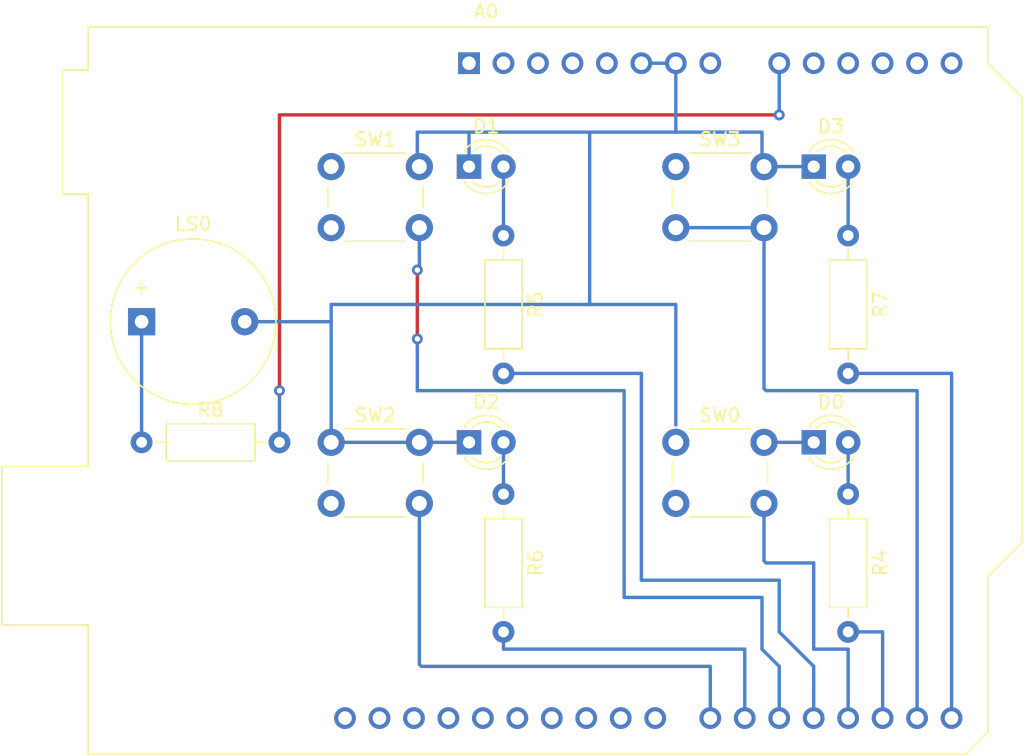
<source format=kicad_pcb>
(kicad_pcb (version 20171130) (host pcbnew 5.1.10)

  (general
    (thickness 1.6)
    (drawings 0)
    (tracks 79)
    (zones 0)
    (modules 15)
    (nets 36)
  )

  (page A4)
  (layers
    (0 F.Cu signal)
    (31 B.Cu signal)
    (32 B.Adhes user)
    (33 F.Adhes user)
    (34 B.Paste user)
    (35 F.Paste user)
    (36 B.SilkS user)
    (37 F.SilkS user)
    (38 B.Mask user)
    (39 F.Mask user)
    (40 Dwgs.User user)
    (41 Cmts.User user)
    (42 Eco1.User user)
    (43 Eco2.User user)
    (44 Edge.Cuts user)
    (45 Margin user)
    (46 B.CrtYd user)
    (47 F.CrtYd user)
    (48 B.Fab user)
    (49 F.Fab user)
  )

  (setup
    (last_trace_width 0.25)
    (trace_clearance 0.2)
    (zone_clearance 0.508)
    (zone_45_only no)
    (trace_min 0.2)
    (via_size 0.8)
    (via_drill 0.4)
    (via_min_size 0.4)
    (via_min_drill 0.3)
    (uvia_size 0.3)
    (uvia_drill 0.1)
    (uvias_allowed no)
    (uvia_min_size 0.2)
    (uvia_min_drill 0.1)
    (edge_width 0.05)
    (segment_width 0.2)
    (pcb_text_width 0.3)
    (pcb_text_size 1.5 1.5)
    (mod_edge_width 0.12)
    (mod_text_size 1 1)
    (mod_text_width 0.15)
    (pad_size 1.524 1.524)
    (pad_drill 0.762)
    (pad_to_mask_clearance 0)
    (aux_axis_origin 0 0)
    (visible_elements FFFFFF7F)
    (pcbplotparams
      (layerselection 0x010fc_ffffffff)
      (usegerberextensions false)
      (usegerberattributes true)
      (usegerberadvancedattributes true)
      (creategerberjobfile true)
      (excludeedgelayer true)
      (linewidth 0.100000)
      (plotframeref false)
      (viasonmask false)
      (mode 1)
      (useauxorigin false)
      (hpglpennumber 1)
      (hpglpenspeed 20)
      (hpglpendiameter 15.000000)
      (psnegative false)
      (psa4output false)
      (plotreference true)
      (plotvalue true)
      (plotinvisibletext false)
      (padsonsilk false)
      (subtractmaskfromsilk false)
      (outputformat 1)
      (mirror false)
      (drillshape 1)
      (scaleselection 1)
      (outputdirectory ""))
  )

  (net 0 "")
  (net 1 "Net-(A0-Pad30)")
  (net 2 "Net-(A0-Pad14)")
  (net 3 "Net-(A0-Pad13)")
  (net 4 "Net-(A0-Pad28)")
  (net 5 "Net-(A0-Pad12)")
  (net 6 "Net-(A0-Pad27)")
  (net 7 "Net-(A0-Pad11)")
  (net 8 "Net-(A0-Pad26)")
  (net 9 "Net-(A0-Pad10)")
  (net 10 "Net-(A0-Pad25)")
  (net 11 "Net-(A0-Pad24)")
  (net 12 "Net-(A0-Pad8)")
  (net 13 "Net-(A0-Pad23)")
  (net 14 GND)
  (net 15 "Net-(A0-Pad5)")
  (net 16 VCC)
  (net 17 "Net-(A0-Pad3)")
  (net 18 "Net-(A0-Pad2)")
  (net 19 "Net-(A0-Pad1)")
  (net 20 "Net-(A0-Pad31)")
  (net 21 "Net-(A0-Pad32)")
  (net 22 "Net-(D0-Pad2)")
  (net 23 "Net-(D1-Pad2)")
  (net 24 "Net-(D2-Pad2)")
  (net 25 "Net-(D3-Pad2)")
  (net 26 "Net-(LS0-Pad1)")
  (net 27 SWC_BLU)
  (net 28 LED_BLU)
  (net 29 BUZZ)
  (net 30 SWC_GRE)
  (net 31 LED_GRE)
  (net 32 SWC_YLW)
  (net 33 LED_YLW)
  (net 34 SWC_RED)
  (net 35 LED_RED)

  (net_class Default "This is the default net class."
    (clearance 0.2)
    (trace_width 0.25)
    (via_dia 0.8)
    (via_drill 0.4)
    (uvia_dia 0.3)
    (uvia_drill 0.1)
    (add_net BUZZ)
    (add_net GND)
    (add_net LED_BLU)
    (add_net LED_GRE)
    (add_net LED_RED)
    (add_net LED_YLW)
    (add_net "Net-(A0-Pad1)")
    (add_net "Net-(A0-Pad10)")
    (add_net "Net-(A0-Pad11)")
    (add_net "Net-(A0-Pad12)")
    (add_net "Net-(A0-Pad13)")
    (add_net "Net-(A0-Pad14)")
    (add_net "Net-(A0-Pad2)")
    (add_net "Net-(A0-Pad23)")
    (add_net "Net-(A0-Pad24)")
    (add_net "Net-(A0-Pad25)")
    (add_net "Net-(A0-Pad26)")
    (add_net "Net-(A0-Pad27)")
    (add_net "Net-(A0-Pad28)")
    (add_net "Net-(A0-Pad3)")
    (add_net "Net-(A0-Pad30)")
    (add_net "Net-(A0-Pad31)")
    (add_net "Net-(A0-Pad32)")
    (add_net "Net-(A0-Pad5)")
    (add_net "Net-(A0-Pad8)")
    (add_net "Net-(D0-Pad2)")
    (add_net "Net-(D1-Pad2)")
    (add_net "Net-(D2-Pad2)")
    (add_net "Net-(D3-Pad2)")
    (add_net "Net-(LS0-Pad1)")
    (add_net SWC_BLU)
    (add_net SWC_GRE)
    (add_net SWC_RED)
    (add_net SWC_YLW)
    (add_net VCC)
  )

  (module Module:Arduino_UNO_R3 (layer F.Cu) (tedit 58AB60FC) (tstamp 61810C4C)
    (at 41.91 16.51)
    (descr "Arduino UNO R3, http://www.mouser.com/pdfdocs/Gravitech_Arduino_Nano3_0.pdf")
    (tags "Arduino UNO R3")
    (path /618123D3)
    (fp_text reference A0 (at 1.27 -3.81 180) (layer F.SilkS)
      (effects (font (size 1 1) (thickness 0.15)))
    )
    (fp_text value Arduino_UNO_R3 (at 0 22.86) (layer F.Fab)
      (effects (font (size 1 1) (thickness 0.15)))
    )
    (fp_line (start -27.94 -2.54) (end 38.1 -2.54) (layer F.Fab) (width 0.1))
    (fp_line (start -27.94 50.8) (end -27.94 -2.54) (layer F.Fab) (width 0.1))
    (fp_line (start 36.58 50.8) (end -27.94 50.8) (layer F.Fab) (width 0.1))
    (fp_line (start 38.1 49.28) (end 36.58 50.8) (layer F.Fab) (width 0.1))
    (fp_line (start 38.1 0) (end 40.64 2.54) (layer F.Fab) (width 0.1))
    (fp_line (start 38.1 -2.54) (end 38.1 0) (layer F.Fab) (width 0.1))
    (fp_line (start 40.64 35.31) (end 38.1 37.85) (layer F.Fab) (width 0.1))
    (fp_line (start 40.64 2.54) (end 40.64 35.31) (layer F.Fab) (width 0.1))
    (fp_line (start 38.1 37.85) (end 38.1 49.28) (layer F.Fab) (width 0.1))
    (fp_line (start -29.84 9.53) (end -29.84 0.64) (layer F.Fab) (width 0.1))
    (fp_line (start -16.51 9.53) (end -29.84 9.53) (layer F.Fab) (width 0.1))
    (fp_line (start -16.51 0.64) (end -16.51 9.53) (layer F.Fab) (width 0.1))
    (fp_line (start -29.84 0.64) (end -16.51 0.64) (layer F.Fab) (width 0.1))
    (fp_line (start -34.29 41.27) (end -34.29 29.84) (layer F.Fab) (width 0.1))
    (fp_line (start -18.41 41.27) (end -34.29 41.27) (layer F.Fab) (width 0.1))
    (fp_line (start -18.41 29.84) (end -18.41 41.27) (layer F.Fab) (width 0.1))
    (fp_line (start -34.29 29.84) (end -18.41 29.84) (layer F.Fab) (width 0.1))
    (fp_line (start 38.23 37.85) (end 40.77 35.31) (layer F.SilkS) (width 0.12))
    (fp_line (start 38.23 49.28) (end 38.23 37.85) (layer F.SilkS) (width 0.12))
    (fp_line (start 36.58 50.93) (end 38.23 49.28) (layer F.SilkS) (width 0.12))
    (fp_line (start -28.07 50.93) (end 36.58 50.93) (layer F.SilkS) (width 0.12))
    (fp_line (start -28.07 41.4) (end -28.07 50.93) (layer F.SilkS) (width 0.12))
    (fp_line (start -34.42 41.4) (end -28.07 41.4) (layer F.SilkS) (width 0.12))
    (fp_line (start -34.42 29.72) (end -34.42 41.4) (layer F.SilkS) (width 0.12))
    (fp_line (start -28.07 29.72) (end -34.42 29.72) (layer F.SilkS) (width 0.12))
    (fp_line (start -28.07 9.65) (end -28.07 29.72) (layer F.SilkS) (width 0.12))
    (fp_line (start -29.97 9.65) (end -28.07 9.65) (layer F.SilkS) (width 0.12))
    (fp_line (start -29.97 0.51) (end -29.97 9.65) (layer F.SilkS) (width 0.12))
    (fp_line (start -28.07 0.51) (end -29.97 0.51) (layer F.SilkS) (width 0.12))
    (fp_line (start -28.07 -2.67) (end -28.07 0.51) (layer F.SilkS) (width 0.12))
    (fp_line (start 38.23 -2.67) (end -28.07 -2.67) (layer F.SilkS) (width 0.12))
    (fp_line (start 38.23 0) (end 38.23 -2.67) (layer F.SilkS) (width 0.12))
    (fp_line (start 40.77 2.54) (end 38.23 0) (layer F.SilkS) (width 0.12))
    (fp_line (start 40.77 35.31) (end 40.77 2.54) (layer F.SilkS) (width 0.12))
    (fp_line (start -28.19 -2.79) (end 38.35 -2.79) (layer F.CrtYd) (width 0.05))
    (fp_line (start -28.19 0.38) (end -28.19 -2.79) (layer F.CrtYd) (width 0.05))
    (fp_line (start -30.1 0.38) (end -28.19 0.38) (layer F.CrtYd) (width 0.05))
    (fp_line (start -30.1 9.78) (end -30.1 0.38) (layer F.CrtYd) (width 0.05))
    (fp_line (start -28.19 9.78) (end -30.1 9.78) (layer F.CrtYd) (width 0.05))
    (fp_line (start -28.19 29.59) (end -28.19 9.78) (layer F.CrtYd) (width 0.05))
    (fp_line (start -34.54 29.59) (end -28.19 29.59) (layer F.CrtYd) (width 0.05))
    (fp_line (start -34.54 41.53) (end -34.54 29.59) (layer F.CrtYd) (width 0.05))
    (fp_line (start -28.19 41.53) (end -34.54 41.53) (layer F.CrtYd) (width 0.05))
    (fp_line (start -28.19 51.05) (end -28.19 41.53) (layer F.CrtYd) (width 0.05))
    (fp_line (start 36.58 51.05) (end -28.19 51.05) (layer F.CrtYd) (width 0.05))
    (fp_line (start 38.35 49.28) (end 36.58 51.05) (layer F.CrtYd) (width 0.05))
    (fp_line (start 38.35 37.85) (end 38.35 49.28) (layer F.CrtYd) (width 0.05))
    (fp_line (start 40.89 35.31) (end 38.35 37.85) (layer F.CrtYd) (width 0.05))
    (fp_line (start 40.89 2.54) (end 40.89 35.31) (layer F.CrtYd) (width 0.05))
    (fp_line (start 38.35 0) (end 40.89 2.54) (layer F.CrtYd) (width 0.05))
    (fp_line (start 38.35 -2.79) (end 38.35 0) (layer F.CrtYd) (width 0.05))
    (fp_text user %R (at 0 20.32 180) (layer F.Fab)
      (effects (font (size 1 1) (thickness 0.15)))
    )
    (pad 16 thru_hole oval (at 33.02 48.26 90) (size 1.6 1.6) (drill 1) (layers *.Cu *.Mask)
      (net 27 SWC_BLU))
    (pad 15 thru_hole oval (at 35.56 48.26 90) (size 1.6 1.6) (drill 1) (layers *.Cu *.Mask)
      (net 28 LED_BLU))
    (pad 30 thru_hole oval (at -4.06 48.26 90) (size 1.6 1.6) (drill 1) (layers *.Cu *.Mask)
      (net 1 "Net-(A0-Pad30)"))
    (pad 14 thru_hole oval (at 35.56 0 90) (size 1.6 1.6) (drill 1) (layers *.Cu *.Mask)
      (net 2 "Net-(A0-Pad14)"))
    (pad 29 thru_hole oval (at -1.52 48.26 90) (size 1.6 1.6) (drill 1) (layers *.Cu *.Mask)
      (net 14 GND))
    (pad 13 thru_hole oval (at 33.02 0 90) (size 1.6 1.6) (drill 1) (layers *.Cu *.Mask)
      (net 3 "Net-(A0-Pad13)"))
    (pad 28 thru_hole oval (at 1.02 48.26 90) (size 1.6 1.6) (drill 1) (layers *.Cu *.Mask)
      (net 4 "Net-(A0-Pad28)"))
    (pad 12 thru_hole oval (at 30.48 0 90) (size 1.6 1.6) (drill 1) (layers *.Cu *.Mask)
      (net 5 "Net-(A0-Pad12)"))
    (pad 27 thru_hole oval (at 3.56 48.26 90) (size 1.6 1.6) (drill 1) (layers *.Cu *.Mask)
      (net 6 "Net-(A0-Pad27)"))
    (pad 11 thru_hole oval (at 27.94 0 90) (size 1.6 1.6) (drill 1) (layers *.Cu *.Mask)
      (net 7 "Net-(A0-Pad11)"))
    (pad 26 thru_hole oval (at 6.1 48.26 90) (size 1.6 1.6) (drill 1) (layers *.Cu *.Mask)
      (net 8 "Net-(A0-Pad26)"))
    (pad 10 thru_hole oval (at 25.4 0 90) (size 1.6 1.6) (drill 1) (layers *.Cu *.Mask)
      (net 9 "Net-(A0-Pad10)"))
    (pad 25 thru_hole oval (at 8.64 48.26 90) (size 1.6 1.6) (drill 1) (layers *.Cu *.Mask)
      (net 10 "Net-(A0-Pad25)"))
    (pad 9 thru_hole oval (at 22.86 0 90) (size 1.6 1.6) (drill 1) (layers *.Cu *.Mask)
      (net 29 BUZZ))
    (pad 24 thru_hole oval (at 11.18 48.26 90) (size 1.6 1.6) (drill 1) (layers *.Cu *.Mask)
      (net 11 "Net-(A0-Pad24)"))
    (pad 8 thru_hole oval (at 17.78 0 90) (size 1.6 1.6) (drill 1) (layers *.Cu *.Mask)
      (net 12 "Net-(A0-Pad8)"))
    (pad 23 thru_hole oval (at 13.72 48.26 90) (size 1.6 1.6) (drill 1) (layers *.Cu *.Mask)
      (net 13 "Net-(A0-Pad23)"))
    (pad 7 thru_hole oval (at 15.24 0 90) (size 1.6 1.6) (drill 1) (layers *.Cu *.Mask)
      (net 14 GND))
    (pad 22 thru_hole oval (at 17.78 48.26 90) (size 1.6 1.6) (drill 1) (layers *.Cu *.Mask)
      (net 30 SWC_GRE))
    (pad 6 thru_hole oval (at 12.7 0 90) (size 1.6 1.6) (drill 1) (layers *.Cu *.Mask)
      (net 14 GND))
    (pad 21 thru_hole oval (at 20.32 48.26 90) (size 1.6 1.6) (drill 1) (layers *.Cu *.Mask)
      (net 31 LED_GRE))
    (pad 5 thru_hole oval (at 10.16 0 90) (size 1.6 1.6) (drill 1) (layers *.Cu *.Mask)
      (net 15 "Net-(A0-Pad5)"))
    (pad 20 thru_hole oval (at 22.86 48.26 90) (size 1.6 1.6) (drill 1) (layers *.Cu *.Mask)
      (net 32 SWC_YLW))
    (pad 4 thru_hole oval (at 7.62 0 90) (size 1.6 1.6) (drill 1) (layers *.Cu *.Mask)
      (net 16 VCC))
    (pad 19 thru_hole oval (at 25.4 48.26 90) (size 1.6 1.6) (drill 1) (layers *.Cu *.Mask)
      (net 33 LED_YLW))
    (pad 3 thru_hole oval (at 5.08 0 90) (size 1.6 1.6) (drill 1) (layers *.Cu *.Mask)
      (net 17 "Net-(A0-Pad3)"))
    (pad 18 thru_hole oval (at 27.94 48.26 90) (size 1.6 1.6) (drill 1) (layers *.Cu *.Mask)
      (net 34 SWC_RED))
    (pad 2 thru_hole oval (at 2.54 0 90) (size 1.6 1.6) (drill 1) (layers *.Cu *.Mask)
      (net 18 "Net-(A0-Pad2)"))
    (pad 17 thru_hole oval (at 30.48 48.26 90) (size 1.6 1.6) (drill 1) (layers *.Cu *.Mask)
      (net 35 LED_RED))
    (pad 1 thru_hole rect (at 0 0 90) (size 1.6 1.6) (drill 1) (layers *.Cu *.Mask)
      (net 19 "Net-(A0-Pad1)"))
    (pad 31 thru_hole oval (at -6.6 48.26 90) (size 1.6 1.6) (drill 1) (layers *.Cu *.Mask)
      (net 20 "Net-(A0-Pad31)"))
    (pad 32 thru_hole oval (at -9.14 48.26 90) (size 1.6 1.6) (drill 1) (layers *.Cu *.Mask)
      (net 21 "Net-(A0-Pad32)"))
    (model ${KISYS3DMOD}/Module.3dshapes/Arduino_UNO_R3.wrl
      (at (xyz 0 0 0))
      (scale (xyz 1 1 1))
      (rotate (xyz 0 0 0))
    )
  )

  (module Button_Switch_THT:SW_PUSH_6mm_H4.3mm (layer F.Cu) (tedit 5A02FE31) (tstamp 61810D94)
    (at 57.15 24.13)
    (descr "tactile push button, 6x6mm e.g. PHAP33xx series, height=4.3mm")
    (tags "tact sw push 6mm")
    (path /61801689)
    (fp_text reference SW3 (at 3.25 -2) (layer F.SilkS)
      (effects (font (size 1 1) (thickness 0.15)))
    )
    (fp_text value SW_BLUE (at 3.75 6.7) (layer F.Fab)
      (effects (font (size 1 1) (thickness 0.15)))
    )
    (fp_circle (center 3.25 2.25) (end 1.25 2.5) (layer F.Fab) (width 0.1))
    (fp_line (start 6.75 3) (end 6.75 1.5) (layer F.SilkS) (width 0.12))
    (fp_line (start 5.5 -1) (end 1 -1) (layer F.SilkS) (width 0.12))
    (fp_line (start -0.25 1.5) (end -0.25 3) (layer F.SilkS) (width 0.12))
    (fp_line (start 1 5.5) (end 5.5 5.5) (layer F.SilkS) (width 0.12))
    (fp_line (start 8 -1.25) (end 8 5.75) (layer F.CrtYd) (width 0.05))
    (fp_line (start 7.75 6) (end -1.25 6) (layer F.CrtYd) (width 0.05))
    (fp_line (start -1.5 5.75) (end -1.5 -1.25) (layer F.CrtYd) (width 0.05))
    (fp_line (start -1.25 -1.5) (end 7.75 -1.5) (layer F.CrtYd) (width 0.05))
    (fp_line (start -1.5 6) (end -1.25 6) (layer F.CrtYd) (width 0.05))
    (fp_line (start -1.5 5.75) (end -1.5 6) (layer F.CrtYd) (width 0.05))
    (fp_line (start -1.5 -1.5) (end -1.25 -1.5) (layer F.CrtYd) (width 0.05))
    (fp_line (start -1.5 -1.25) (end -1.5 -1.5) (layer F.CrtYd) (width 0.05))
    (fp_line (start 8 -1.5) (end 8 -1.25) (layer F.CrtYd) (width 0.05))
    (fp_line (start 7.75 -1.5) (end 8 -1.5) (layer F.CrtYd) (width 0.05))
    (fp_line (start 8 6) (end 8 5.75) (layer F.CrtYd) (width 0.05))
    (fp_line (start 7.75 6) (end 8 6) (layer F.CrtYd) (width 0.05))
    (fp_line (start 0.25 -0.75) (end 3.25 -0.75) (layer F.Fab) (width 0.1))
    (fp_line (start 0.25 5.25) (end 0.25 -0.75) (layer F.Fab) (width 0.1))
    (fp_line (start 6.25 5.25) (end 0.25 5.25) (layer F.Fab) (width 0.1))
    (fp_line (start 6.25 -0.75) (end 6.25 5.25) (layer F.Fab) (width 0.1))
    (fp_line (start 3.25 -0.75) (end 6.25 -0.75) (layer F.Fab) (width 0.1))
    (fp_text user %R (at 3.25 2.25) (layer F.Fab)
      (effects (font (size 1 1) (thickness 0.15)))
    )
    (pad 1 thru_hole circle (at 6.5 0 90) (size 2 2) (drill 1.1) (layers *.Cu *.Mask)
      (net 14 GND))
    (pad 2 thru_hole circle (at 6.5 4.5 90) (size 2 2) (drill 1.1) (layers *.Cu *.Mask)
      (net 27 SWC_BLU))
    (pad 1 thru_hole circle (at 0 0 90) (size 2 2) (drill 1.1) (layers *.Cu *.Mask)
      (net 14 GND))
    (pad 2 thru_hole circle (at 0 4.5 90) (size 2 2) (drill 1.1) (layers *.Cu *.Mask)
      (net 27 SWC_BLU))
    (model ${KISYS3DMOD}/Button_Switch_THT.3dshapes/SW_PUSH_6mm_H4.3mm.wrl
      (at (xyz 0 0 0))
      (scale (xyz 1 1 1))
      (rotate (xyz 0 0 0))
    )
  )

  (module Button_Switch_THT:SW_PUSH_6mm_H4.3mm (layer F.Cu) (tedit 5A02FE31) (tstamp 61810D75)
    (at 31.75 44.45)
    (descr "tactile push button, 6x6mm e.g. PHAP33xx series, height=4.3mm")
    (tags "tact sw push 6mm")
    (path /61801321)
    (fp_text reference SW2 (at 3.25 -2) (layer F.SilkS)
      (effects (font (size 1 1) (thickness 0.15)))
    )
    (fp_text value SW_GREEN (at 3.75 6.7) (layer F.Fab)
      (effects (font (size 1 1) (thickness 0.15)))
    )
    (fp_circle (center 3.25 2.25) (end 1.25 2.5) (layer F.Fab) (width 0.1))
    (fp_line (start 6.75 3) (end 6.75 1.5) (layer F.SilkS) (width 0.12))
    (fp_line (start 5.5 -1) (end 1 -1) (layer F.SilkS) (width 0.12))
    (fp_line (start -0.25 1.5) (end -0.25 3) (layer F.SilkS) (width 0.12))
    (fp_line (start 1 5.5) (end 5.5 5.5) (layer F.SilkS) (width 0.12))
    (fp_line (start 8 -1.25) (end 8 5.75) (layer F.CrtYd) (width 0.05))
    (fp_line (start 7.75 6) (end -1.25 6) (layer F.CrtYd) (width 0.05))
    (fp_line (start -1.5 5.75) (end -1.5 -1.25) (layer F.CrtYd) (width 0.05))
    (fp_line (start -1.25 -1.5) (end 7.75 -1.5) (layer F.CrtYd) (width 0.05))
    (fp_line (start -1.5 6) (end -1.25 6) (layer F.CrtYd) (width 0.05))
    (fp_line (start -1.5 5.75) (end -1.5 6) (layer F.CrtYd) (width 0.05))
    (fp_line (start -1.5 -1.5) (end -1.25 -1.5) (layer F.CrtYd) (width 0.05))
    (fp_line (start -1.5 -1.25) (end -1.5 -1.5) (layer F.CrtYd) (width 0.05))
    (fp_line (start 8 -1.5) (end 8 -1.25) (layer F.CrtYd) (width 0.05))
    (fp_line (start 7.75 -1.5) (end 8 -1.5) (layer F.CrtYd) (width 0.05))
    (fp_line (start 8 6) (end 8 5.75) (layer F.CrtYd) (width 0.05))
    (fp_line (start 7.75 6) (end 8 6) (layer F.CrtYd) (width 0.05))
    (fp_line (start 0.25 -0.75) (end 3.25 -0.75) (layer F.Fab) (width 0.1))
    (fp_line (start 0.25 5.25) (end 0.25 -0.75) (layer F.Fab) (width 0.1))
    (fp_line (start 6.25 5.25) (end 0.25 5.25) (layer F.Fab) (width 0.1))
    (fp_line (start 6.25 -0.75) (end 6.25 5.25) (layer F.Fab) (width 0.1))
    (fp_line (start 3.25 -0.75) (end 6.25 -0.75) (layer F.Fab) (width 0.1))
    (fp_text user %R (at 3.25 2.25) (layer F.Fab)
      (effects (font (size 1 1) (thickness 0.15)))
    )
    (pad 1 thru_hole circle (at 6.5 0 90) (size 2 2) (drill 1.1) (layers *.Cu *.Mask)
      (net 14 GND))
    (pad 2 thru_hole circle (at 6.5 4.5 90) (size 2 2) (drill 1.1) (layers *.Cu *.Mask)
      (net 30 SWC_GRE))
    (pad 1 thru_hole circle (at 0 0 90) (size 2 2) (drill 1.1) (layers *.Cu *.Mask)
      (net 14 GND))
    (pad 2 thru_hole circle (at 0 4.5 90) (size 2 2) (drill 1.1) (layers *.Cu *.Mask)
      (net 30 SWC_GRE))
    (model ${KISYS3DMOD}/Button_Switch_THT.3dshapes/SW_PUSH_6mm_H4.3mm.wrl
      (at (xyz 0 0 0))
      (scale (xyz 1 1 1))
      (rotate (xyz 0 0 0))
    )
  )

  (module Button_Switch_THT:SW_PUSH_6mm_H4.3mm (layer F.Cu) (tedit 5A02FE31) (tstamp 61810D56)
    (at 31.75 24.13)
    (descr "tactile push button, 6x6mm e.g. PHAP33xx series, height=4.3mm")
    (tags "tact sw push 6mm")
    (path /618004CA)
    (fp_text reference SW1 (at 3.25 -2) (layer F.SilkS)
      (effects (font (size 1 1) (thickness 0.15)))
    )
    (fp_text value SW_YELLOW (at 3.75 6.7) (layer F.Fab)
      (effects (font (size 1 1) (thickness 0.15)))
    )
    (fp_circle (center 3.25 2.25) (end 1.25 2.5) (layer F.Fab) (width 0.1))
    (fp_line (start 6.75 3) (end 6.75 1.5) (layer F.SilkS) (width 0.12))
    (fp_line (start 5.5 -1) (end 1 -1) (layer F.SilkS) (width 0.12))
    (fp_line (start -0.25 1.5) (end -0.25 3) (layer F.SilkS) (width 0.12))
    (fp_line (start 1 5.5) (end 5.5 5.5) (layer F.SilkS) (width 0.12))
    (fp_line (start 8 -1.25) (end 8 5.75) (layer F.CrtYd) (width 0.05))
    (fp_line (start 7.75 6) (end -1.25 6) (layer F.CrtYd) (width 0.05))
    (fp_line (start -1.5 5.75) (end -1.5 -1.25) (layer F.CrtYd) (width 0.05))
    (fp_line (start -1.25 -1.5) (end 7.75 -1.5) (layer F.CrtYd) (width 0.05))
    (fp_line (start -1.5 6) (end -1.25 6) (layer F.CrtYd) (width 0.05))
    (fp_line (start -1.5 5.75) (end -1.5 6) (layer F.CrtYd) (width 0.05))
    (fp_line (start -1.5 -1.5) (end -1.25 -1.5) (layer F.CrtYd) (width 0.05))
    (fp_line (start -1.5 -1.25) (end -1.5 -1.5) (layer F.CrtYd) (width 0.05))
    (fp_line (start 8 -1.5) (end 8 -1.25) (layer F.CrtYd) (width 0.05))
    (fp_line (start 7.75 -1.5) (end 8 -1.5) (layer F.CrtYd) (width 0.05))
    (fp_line (start 8 6) (end 8 5.75) (layer F.CrtYd) (width 0.05))
    (fp_line (start 7.75 6) (end 8 6) (layer F.CrtYd) (width 0.05))
    (fp_line (start 0.25 -0.75) (end 3.25 -0.75) (layer F.Fab) (width 0.1))
    (fp_line (start 0.25 5.25) (end 0.25 -0.75) (layer F.Fab) (width 0.1))
    (fp_line (start 6.25 5.25) (end 0.25 5.25) (layer F.Fab) (width 0.1))
    (fp_line (start 6.25 -0.75) (end 6.25 5.25) (layer F.Fab) (width 0.1))
    (fp_line (start 3.25 -0.75) (end 6.25 -0.75) (layer F.Fab) (width 0.1))
    (fp_text user %R (at 3.25 2.25) (layer F.Fab)
      (effects (font (size 1 1) (thickness 0.15)))
    )
    (pad 1 thru_hole circle (at 6.5 0 90) (size 2 2) (drill 1.1) (layers *.Cu *.Mask)
      (net 14 GND))
    (pad 2 thru_hole circle (at 6.5 4.5 90) (size 2 2) (drill 1.1) (layers *.Cu *.Mask)
      (net 32 SWC_YLW))
    (pad 1 thru_hole circle (at 0 0 90) (size 2 2) (drill 1.1) (layers *.Cu *.Mask)
      (net 14 GND))
    (pad 2 thru_hole circle (at 0 4.5 90) (size 2 2) (drill 1.1) (layers *.Cu *.Mask)
      (net 32 SWC_YLW))
    (model ${KISYS3DMOD}/Button_Switch_THT.3dshapes/SW_PUSH_6mm_H4.3mm.wrl
      (at (xyz 0 0 0))
      (scale (xyz 1 1 1))
      (rotate (xyz 0 0 0))
    )
  )

  (module Button_Switch_THT:SW_PUSH_6mm_H4.3mm (layer F.Cu) (tedit 5A02FE31) (tstamp 61810D37)
    (at 57.15 44.45)
    (descr "tactile push button, 6x6mm e.g. PHAP33xx series, height=4.3mm")
    (tags "tact sw push 6mm")
    (path /617FE5CA)
    (fp_text reference SW0 (at 3.25 -2) (layer F.SilkS)
      (effects (font (size 1 1) (thickness 0.15)))
    )
    (fp_text value SW_RED (at 3.75 6.7) (layer F.Fab)
      (effects (font (size 1 1) (thickness 0.15)))
    )
    (fp_circle (center 3.25 2.25) (end 1.25 2.5) (layer F.Fab) (width 0.1))
    (fp_line (start 6.75 3) (end 6.75 1.5) (layer F.SilkS) (width 0.12))
    (fp_line (start 5.5 -1) (end 1 -1) (layer F.SilkS) (width 0.12))
    (fp_line (start -0.25 1.5) (end -0.25 3) (layer F.SilkS) (width 0.12))
    (fp_line (start 1 5.5) (end 5.5 5.5) (layer F.SilkS) (width 0.12))
    (fp_line (start 8 -1.25) (end 8 5.75) (layer F.CrtYd) (width 0.05))
    (fp_line (start 7.75 6) (end -1.25 6) (layer F.CrtYd) (width 0.05))
    (fp_line (start -1.5 5.75) (end -1.5 -1.25) (layer F.CrtYd) (width 0.05))
    (fp_line (start -1.25 -1.5) (end 7.75 -1.5) (layer F.CrtYd) (width 0.05))
    (fp_line (start -1.5 6) (end -1.25 6) (layer F.CrtYd) (width 0.05))
    (fp_line (start -1.5 5.75) (end -1.5 6) (layer F.CrtYd) (width 0.05))
    (fp_line (start -1.5 -1.5) (end -1.25 -1.5) (layer F.CrtYd) (width 0.05))
    (fp_line (start -1.5 -1.25) (end -1.5 -1.5) (layer F.CrtYd) (width 0.05))
    (fp_line (start 8 -1.5) (end 8 -1.25) (layer F.CrtYd) (width 0.05))
    (fp_line (start 7.75 -1.5) (end 8 -1.5) (layer F.CrtYd) (width 0.05))
    (fp_line (start 8 6) (end 8 5.75) (layer F.CrtYd) (width 0.05))
    (fp_line (start 7.75 6) (end 8 6) (layer F.CrtYd) (width 0.05))
    (fp_line (start 0.25 -0.75) (end 3.25 -0.75) (layer F.Fab) (width 0.1))
    (fp_line (start 0.25 5.25) (end 0.25 -0.75) (layer F.Fab) (width 0.1))
    (fp_line (start 6.25 5.25) (end 0.25 5.25) (layer F.Fab) (width 0.1))
    (fp_line (start 6.25 -0.75) (end 6.25 5.25) (layer F.Fab) (width 0.1))
    (fp_line (start 3.25 -0.75) (end 6.25 -0.75) (layer F.Fab) (width 0.1))
    (fp_text user %R (at 3.25 2.25) (layer F.Fab)
      (effects (font (size 1 1) (thickness 0.15)))
    )
    (pad 1 thru_hole circle (at 6.5 0 90) (size 2 2) (drill 1.1) (layers *.Cu *.Mask)
      (net 14 GND))
    (pad 2 thru_hole circle (at 6.5 4.5 90) (size 2 2) (drill 1.1) (layers *.Cu *.Mask)
      (net 34 SWC_RED))
    (pad 1 thru_hole circle (at 0 0 90) (size 2 2) (drill 1.1) (layers *.Cu *.Mask)
      (net 14 GND))
    (pad 2 thru_hole circle (at 0 4.5 90) (size 2 2) (drill 1.1) (layers *.Cu *.Mask)
      (net 34 SWC_RED))
    (model ${KISYS3DMOD}/Button_Switch_THT.3dshapes/SW_PUSH_6mm_H4.3mm.wrl
      (at (xyz 0 0 0))
      (scale (xyz 1 1 1))
      (rotate (xyz 0 0 0))
    )
  )

  (module Resistor_THT:R_Axial_DIN0207_L6.3mm_D2.5mm_P10.16mm_Horizontal (layer F.Cu) (tedit 5AE5139B) (tstamp 61810D18)
    (at 17.78 44.45)
    (descr "Resistor, Axial_DIN0207 series, Axial, Horizontal, pin pitch=10.16mm, 0.25W = 1/4W, length*diameter=6.3*2.5mm^2, http://cdn-reichelt.de/documents/datenblatt/B400/1_4W%23YAG.pdf")
    (tags "Resistor Axial_DIN0207 series Axial Horizontal pin pitch 10.16mm 0.25W = 1/4W length 6.3mm diameter 2.5mm")
    (path /61876E39)
    (fp_text reference R8 (at 5.08 -2.37) (layer F.SilkS)
      (effects (font (size 1 1) (thickness 0.15)))
    )
    (fp_text value 110 (at 5.08 2.37) (layer F.Fab)
      (effects (font (size 1 1) (thickness 0.15)))
    )
    (fp_line (start 11.21 -1.5) (end -1.05 -1.5) (layer F.CrtYd) (width 0.05))
    (fp_line (start 11.21 1.5) (end 11.21 -1.5) (layer F.CrtYd) (width 0.05))
    (fp_line (start -1.05 1.5) (end 11.21 1.5) (layer F.CrtYd) (width 0.05))
    (fp_line (start -1.05 -1.5) (end -1.05 1.5) (layer F.CrtYd) (width 0.05))
    (fp_line (start 9.12 0) (end 8.35 0) (layer F.SilkS) (width 0.12))
    (fp_line (start 1.04 0) (end 1.81 0) (layer F.SilkS) (width 0.12))
    (fp_line (start 8.35 -1.37) (end 1.81 -1.37) (layer F.SilkS) (width 0.12))
    (fp_line (start 8.35 1.37) (end 8.35 -1.37) (layer F.SilkS) (width 0.12))
    (fp_line (start 1.81 1.37) (end 8.35 1.37) (layer F.SilkS) (width 0.12))
    (fp_line (start 1.81 -1.37) (end 1.81 1.37) (layer F.SilkS) (width 0.12))
    (fp_line (start 10.16 0) (end 8.23 0) (layer F.Fab) (width 0.1))
    (fp_line (start 0 0) (end 1.93 0) (layer F.Fab) (width 0.1))
    (fp_line (start 8.23 -1.25) (end 1.93 -1.25) (layer F.Fab) (width 0.1))
    (fp_line (start 8.23 1.25) (end 8.23 -1.25) (layer F.Fab) (width 0.1))
    (fp_line (start 1.93 1.25) (end 8.23 1.25) (layer F.Fab) (width 0.1))
    (fp_line (start 1.93 -1.25) (end 1.93 1.25) (layer F.Fab) (width 0.1))
    (fp_text user %R (at 5.08 0) (layer F.Fab)
      (effects (font (size 1 1) (thickness 0.15)))
    )
    (pad 2 thru_hole oval (at 10.16 0) (size 1.6 1.6) (drill 0.8) (layers *.Cu *.Mask)
      (net 29 BUZZ))
    (pad 1 thru_hole circle (at 0 0) (size 1.6 1.6) (drill 0.8) (layers *.Cu *.Mask)
      (net 26 "Net-(LS0-Pad1)"))
    (model ${KISYS3DMOD}/Resistor_THT.3dshapes/R_Axial_DIN0207_L6.3mm_D2.5mm_P10.16mm_Horizontal.wrl
      (at (xyz 0 0 0))
      (scale (xyz 1 1 1))
      (rotate (xyz 0 0 0))
    )
  )

  (module Resistor_THT:R_Axial_DIN0207_L6.3mm_D2.5mm_P10.16mm_Horizontal (layer F.Cu) (tedit 5AE5139B) (tstamp 61810D01)
    (at 69.85 29.21 270)
    (descr "Resistor, Axial_DIN0207 series, Axial, Horizontal, pin pitch=10.16mm, 0.25W = 1/4W, length*diameter=6.3*2.5mm^2, http://cdn-reichelt.de/documents/datenblatt/B400/1_4W%23YAG.pdf")
    (tags "Resistor Axial_DIN0207 series Axial Horizontal pin pitch 10.16mm 0.25W = 1/4W length 6.3mm diameter 2.5mm")
    (path /6182F140)
    (fp_text reference R7 (at 5.08 -2.37 90) (layer F.SilkS)
      (effects (font (size 1 1) (thickness 0.15)))
    )
    (fp_text value 19 (at 5.08 2.37 90) (layer F.Fab)
      (effects (font (size 1 1) (thickness 0.15)))
    )
    (fp_line (start 11.21 -1.5) (end -1.05 -1.5) (layer F.CrtYd) (width 0.05))
    (fp_line (start 11.21 1.5) (end 11.21 -1.5) (layer F.CrtYd) (width 0.05))
    (fp_line (start -1.05 1.5) (end 11.21 1.5) (layer F.CrtYd) (width 0.05))
    (fp_line (start -1.05 -1.5) (end -1.05 1.5) (layer F.CrtYd) (width 0.05))
    (fp_line (start 9.12 0) (end 8.35 0) (layer F.SilkS) (width 0.12))
    (fp_line (start 1.04 0) (end 1.81 0) (layer F.SilkS) (width 0.12))
    (fp_line (start 8.35 -1.37) (end 1.81 -1.37) (layer F.SilkS) (width 0.12))
    (fp_line (start 8.35 1.37) (end 8.35 -1.37) (layer F.SilkS) (width 0.12))
    (fp_line (start 1.81 1.37) (end 8.35 1.37) (layer F.SilkS) (width 0.12))
    (fp_line (start 1.81 -1.37) (end 1.81 1.37) (layer F.SilkS) (width 0.12))
    (fp_line (start 10.16 0) (end 8.23 0) (layer F.Fab) (width 0.1))
    (fp_line (start 0 0) (end 1.93 0) (layer F.Fab) (width 0.1))
    (fp_line (start 8.23 -1.25) (end 1.93 -1.25) (layer F.Fab) (width 0.1))
    (fp_line (start 8.23 1.25) (end 8.23 -1.25) (layer F.Fab) (width 0.1))
    (fp_line (start 1.93 1.25) (end 8.23 1.25) (layer F.Fab) (width 0.1))
    (fp_line (start 1.93 -1.25) (end 1.93 1.25) (layer F.Fab) (width 0.1))
    (fp_text user %R (at 5.08 0 90) (layer F.Fab)
      (effects (font (size 1 1) (thickness 0.15)))
    )
    (pad 2 thru_hole oval (at 10.16 0 270) (size 1.6 1.6) (drill 0.8) (layers *.Cu *.Mask)
      (net 28 LED_BLU))
    (pad 1 thru_hole circle (at 0 0 270) (size 1.6 1.6) (drill 0.8) (layers *.Cu *.Mask)
      (net 25 "Net-(D3-Pad2)"))
    (model ${KISYS3DMOD}/Resistor_THT.3dshapes/R_Axial_DIN0207_L6.3mm_D2.5mm_P10.16mm_Horizontal.wrl
      (at (xyz 0 0 0))
      (scale (xyz 1 1 1))
      (rotate (xyz 0 0 0))
    )
  )

  (module Resistor_THT:R_Axial_DIN0207_L6.3mm_D2.5mm_P10.16mm_Horizontal (layer F.Cu) (tedit 5AE5139B) (tstamp 61810CEA)
    (at 44.45 48.26 270)
    (descr "Resistor, Axial_DIN0207 series, Axial, Horizontal, pin pitch=10.16mm, 0.25W = 1/4W, length*diameter=6.3*2.5mm^2, http://cdn-reichelt.de/documents/datenblatt/B400/1_4W%23YAG.pdf")
    (tags "Resistor Axial_DIN0207 series Axial Horizontal pin pitch 10.16mm 0.25W = 1/4W length 6.3mm diameter 2.5mm")
    (path /6182EB3A)
    (fp_text reference R6 (at 5.08 -2.37 90) (layer F.SilkS)
      (effects (font (size 1 1) (thickness 0.15)))
    )
    (fp_text value 51 (at 5.08 2.37 90) (layer F.Fab)
      (effects (font (size 1 1) (thickness 0.15)))
    )
    (fp_line (start 11.21 -1.5) (end -1.05 -1.5) (layer F.CrtYd) (width 0.05))
    (fp_line (start 11.21 1.5) (end 11.21 -1.5) (layer F.CrtYd) (width 0.05))
    (fp_line (start -1.05 1.5) (end 11.21 1.5) (layer F.CrtYd) (width 0.05))
    (fp_line (start -1.05 -1.5) (end -1.05 1.5) (layer F.CrtYd) (width 0.05))
    (fp_line (start 9.12 0) (end 8.35 0) (layer F.SilkS) (width 0.12))
    (fp_line (start 1.04 0) (end 1.81 0) (layer F.SilkS) (width 0.12))
    (fp_line (start 8.35 -1.37) (end 1.81 -1.37) (layer F.SilkS) (width 0.12))
    (fp_line (start 8.35 1.37) (end 8.35 -1.37) (layer F.SilkS) (width 0.12))
    (fp_line (start 1.81 1.37) (end 8.35 1.37) (layer F.SilkS) (width 0.12))
    (fp_line (start 1.81 -1.37) (end 1.81 1.37) (layer F.SilkS) (width 0.12))
    (fp_line (start 10.16 0) (end 8.23 0) (layer F.Fab) (width 0.1))
    (fp_line (start 0 0) (end 1.93 0) (layer F.Fab) (width 0.1))
    (fp_line (start 8.23 -1.25) (end 1.93 -1.25) (layer F.Fab) (width 0.1))
    (fp_line (start 8.23 1.25) (end 8.23 -1.25) (layer F.Fab) (width 0.1))
    (fp_line (start 1.93 1.25) (end 8.23 1.25) (layer F.Fab) (width 0.1))
    (fp_line (start 1.93 -1.25) (end 1.93 1.25) (layer F.Fab) (width 0.1))
    (fp_text user %R (at 5.08 0 90) (layer F.Fab)
      (effects (font (size 1 1) (thickness 0.15)))
    )
    (pad 2 thru_hole oval (at 10.16 0 270) (size 1.6 1.6) (drill 0.8) (layers *.Cu *.Mask)
      (net 31 LED_GRE))
    (pad 1 thru_hole circle (at 0 0 270) (size 1.6 1.6) (drill 0.8) (layers *.Cu *.Mask)
      (net 24 "Net-(D2-Pad2)"))
    (model ${KISYS3DMOD}/Resistor_THT.3dshapes/R_Axial_DIN0207_L6.3mm_D2.5mm_P10.16mm_Horizontal.wrl
      (at (xyz 0 0 0))
      (scale (xyz 1 1 1))
      (rotate (xyz 0 0 0))
    )
  )

  (module Resistor_THT:R_Axial_DIN0207_L6.3mm_D2.5mm_P10.16mm_Horizontal (layer F.Cu) (tedit 5AE5139B) (tstamp 61810CD3)
    (at 44.45 29.21 270)
    (descr "Resistor, Axial_DIN0207 series, Axial, Horizontal, pin pitch=10.16mm, 0.25W = 1/4W, length*diameter=6.3*2.5mm^2, http://cdn-reichelt.de/documents/datenblatt/B400/1_4W%23YAG.pdf")
    (tags "Resistor Axial_DIN0207 series Axial Horizontal pin pitch 10.16mm 0.25W = 1/4W length 6.3mm diameter 2.5mm")
    (path /6182E2EB)
    (fp_text reference R5 (at 5.08 -2.37 90) (layer F.SilkS)
      (effects (font (size 1 1) (thickness 0.15)))
    )
    (fp_text value 58 (at 5.08 2.37 90) (layer F.Fab)
      (effects (font (size 1 1) (thickness 0.15)))
    )
    (fp_line (start 11.21 -1.5) (end -1.05 -1.5) (layer F.CrtYd) (width 0.05))
    (fp_line (start 11.21 1.5) (end 11.21 -1.5) (layer F.CrtYd) (width 0.05))
    (fp_line (start -1.05 1.5) (end 11.21 1.5) (layer F.CrtYd) (width 0.05))
    (fp_line (start -1.05 -1.5) (end -1.05 1.5) (layer F.CrtYd) (width 0.05))
    (fp_line (start 9.12 0) (end 8.35 0) (layer F.SilkS) (width 0.12))
    (fp_line (start 1.04 0) (end 1.81 0) (layer F.SilkS) (width 0.12))
    (fp_line (start 8.35 -1.37) (end 1.81 -1.37) (layer F.SilkS) (width 0.12))
    (fp_line (start 8.35 1.37) (end 8.35 -1.37) (layer F.SilkS) (width 0.12))
    (fp_line (start 1.81 1.37) (end 8.35 1.37) (layer F.SilkS) (width 0.12))
    (fp_line (start 1.81 -1.37) (end 1.81 1.37) (layer F.SilkS) (width 0.12))
    (fp_line (start 10.16 0) (end 8.23 0) (layer F.Fab) (width 0.1))
    (fp_line (start 0 0) (end 1.93 0) (layer F.Fab) (width 0.1))
    (fp_line (start 8.23 -1.25) (end 1.93 -1.25) (layer F.Fab) (width 0.1))
    (fp_line (start 8.23 1.25) (end 8.23 -1.25) (layer F.Fab) (width 0.1))
    (fp_line (start 1.93 1.25) (end 8.23 1.25) (layer F.Fab) (width 0.1))
    (fp_line (start 1.93 -1.25) (end 1.93 1.25) (layer F.Fab) (width 0.1))
    (fp_text user %R (at 5.08 0 90) (layer F.Fab)
      (effects (font (size 1 1) (thickness 0.15)))
    )
    (pad 2 thru_hole oval (at 10.16 0 270) (size 1.6 1.6) (drill 0.8) (layers *.Cu *.Mask)
      (net 33 LED_YLW))
    (pad 1 thru_hole circle (at 0 0 270) (size 1.6 1.6) (drill 0.8) (layers *.Cu *.Mask)
      (net 23 "Net-(D1-Pad2)"))
    (model ${KISYS3DMOD}/Resistor_THT.3dshapes/R_Axial_DIN0207_L6.3mm_D2.5mm_P10.16mm_Horizontal.wrl
      (at (xyz 0 0 0))
      (scale (xyz 1 1 1))
      (rotate (xyz 0 0 0))
    )
  )

  (module Resistor_THT:R_Axial_DIN0207_L6.3mm_D2.5mm_P10.16mm_Horizontal (layer F.Cu) (tedit 5AE5139B) (tstamp 61810CBC)
    (at 69.85 48.26 270)
    (descr "Resistor, Axial_DIN0207 series, Axial, Horizontal, pin pitch=10.16mm, 0.25W = 1/4W, length*diameter=6.3*2.5mm^2, http://cdn-reichelt.de/documents/datenblatt/B400/1_4W%23YAG.pdf")
    (tags "Resistor Axial_DIN0207 series Axial Horizontal pin pitch 10.16mm 0.25W = 1/4W length 6.3mm diameter 2.5mm")
    (path /6182D2A7)
    (fp_text reference R4 (at 5.08 -2.37 90) (layer F.SilkS)
      (effects (font (size 1 1) (thickness 0.15)))
    )
    (fp_text value 56 (at 5.08 2.37 90) (layer F.Fab)
      (effects (font (size 1 1) (thickness 0.15)))
    )
    (fp_line (start 11.21 -1.5) (end -1.05 -1.5) (layer F.CrtYd) (width 0.05))
    (fp_line (start 11.21 1.5) (end 11.21 -1.5) (layer F.CrtYd) (width 0.05))
    (fp_line (start -1.05 1.5) (end 11.21 1.5) (layer F.CrtYd) (width 0.05))
    (fp_line (start -1.05 -1.5) (end -1.05 1.5) (layer F.CrtYd) (width 0.05))
    (fp_line (start 9.12 0) (end 8.35 0) (layer F.SilkS) (width 0.12))
    (fp_line (start 1.04 0) (end 1.81 0) (layer F.SilkS) (width 0.12))
    (fp_line (start 8.35 -1.37) (end 1.81 -1.37) (layer F.SilkS) (width 0.12))
    (fp_line (start 8.35 1.37) (end 8.35 -1.37) (layer F.SilkS) (width 0.12))
    (fp_line (start 1.81 1.37) (end 8.35 1.37) (layer F.SilkS) (width 0.12))
    (fp_line (start 1.81 -1.37) (end 1.81 1.37) (layer F.SilkS) (width 0.12))
    (fp_line (start 10.16 0) (end 8.23 0) (layer F.Fab) (width 0.1))
    (fp_line (start 0 0) (end 1.93 0) (layer F.Fab) (width 0.1))
    (fp_line (start 8.23 -1.25) (end 1.93 -1.25) (layer F.Fab) (width 0.1))
    (fp_line (start 8.23 1.25) (end 8.23 -1.25) (layer F.Fab) (width 0.1))
    (fp_line (start 1.93 1.25) (end 8.23 1.25) (layer F.Fab) (width 0.1))
    (fp_line (start 1.93 -1.25) (end 1.93 1.25) (layer F.Fab) (width 0.1))
    (fp_text user %R (at 5.08 0 90) (layer F.Fab)
      (effects (font (size 1 1) (thickness 0.15)))
    )
    (pad 2 thru_hole oval (at 10.16 0 270) (size 1.6 1.6) (drill 0.8) (layers *.Cu *.Mask)
      (net 35 LED_RED))
    (pad 1 thru_hole circle (at 0 0 270) (size 1.6 1.6) (drill 0.8) (layers *.Cu *.Mask)
      (net 22 "Net-(D0-Pad2)"))
    (model ${KISYS3DMOD}/Resistor_THT.3dshapes/R_Axial_DIN0207_L6.3mm_D2.5mm_P10.16mm_Horizontal.wrl
      (at (xyz 0 0 0))
      (scale (xyz 1 1 1))
      (rotate (xyz 0 0 0))
    )
  )

  (module Buzzer_Beeper:Buzzer_12x9.5RM7.6 (layer F.Cu) (tedit 5A030281) (tstamp 61810CA5)
    (at 17.78 35.56)
    (descr "Generic Buzzer, D12mm height 9.5mm with RM7.6mm")
    (tags buzzer)
    (path /618756C2)
    (fp_text reference LS0 (at 3.8 -7.2) (layer F.SilkS)
      (effects (font (size 1 1) (thickness 0.15)))
    )
    (fp_text value BUZZER (at 3.8 7.4) (layer F.Fab)
      (effects (font (size 1 1) (thickness 0.15)))
    )
    (fp_circle (center 3.8 0) (end 9.9 0) (layer F.SilkS) (width 0.12))
    (fp_circle (center 3.8 0) (end 4.8 0) (layer F.Fab) (width 0.1))
    (fp_circle (center 3.8 0) (end 9.8 0) (layer F.Fab) (width 0.1))
    (fp_circle (center 3.8 0) (end 10.05 0) (layer F.CrtYd) (width 0.05))
    (fp_text user %R (at 3.8 -4) (layer F.Fab)
      (effects (font (size 1 1) (thickness 0.15)))
    )
    (fp_text user + (at -0.01 -2.54) (layer F.SilkS)
      (effects (font (size 1 1) (thickness 0.15)))
    )
    (fp_text user + (at -0.01 -2.54) (layer F.Fab)
      (effects (font (size 1 1) (thickness 0.15)))
    )
    (pad 2 thru_hole circle (at 7.6 0) (size 2 2) (drill 1) (layers *.Cu *.Mask)
      (net 14 GND))
    (pad 1 thru_hole rect (at 0 0) (size 2 2) (drill 1) (layers *.Cu *.Mask)
      (net 26 "Net-(LS0-Pad1)"))
    (model ${KISYS3DMOD}/Buzzer_Beeper.3dshapes/Buzzer_12x9.5RM7.6.wrl
      (at (xyz 0 0 0))
      (scale (xyz 1 1 1))
      (rotate (xyz 0 0 0))
    )
  )

  (module LED_THT:LED_D3.0mm (layer F.Cu) (tedit 587A3A7B) (tstamp 61810C98)
    (at 67.31 24.13)
    (descr "LED, diameter 3.0mm, 2 pins")
    (tags "LED diameter 3.0mm 2 pins")
    (path /6183E4E9)
    (fp_text reference D3 (at 1.27 -2.96) (layer F.SilkS)
      (effects (font (size 1 1) (thickness 0.15)))
    )
    (fp_text value LED_BLUE (at 1.27 2.96) (layer F.Fab)
      (effects (font (size 1 1) (thickness 0.15)))
    )
    (fp_line (start 3.7 -2.25) (end -1.15 -2.25) (layer F.CrtYd) (width 0.05))
    (fp_line (start 3.7 2.25) (end 3.7 -2.25) (layer F.CrtYd) (width 0.05))
    (fp_line (start -1.15 2.25) (end 3.7 2.25) (layer F.CrtYd) (width 0.05))
    (fp_line (start -1.15 -2.25) (end -1.15 2.25) (layer F.CrtYd) (width 0.05))
    (fp_line (start -0.29 1.08) (end -0.29 1.236) (layer F.SilkS) (width 0.12))
    (fp_line (start -0.29 -1.236) (end -0.29 -1.08) (layer F.SilkS) (width 0.12))
    (fp_line (start -0.23 -1.16619) (end -0.23 1.16619) (layer F.Fab) (width 0.1))
    (fp_circle (center 1.27 0) (end 2.77 0) (layer F.Fab) (width 0.1))
    (fp_arc (start 1.27 0) (end 0.229039 1.08) (angle -87.9) (layer F.SilkS) (width 0.12))
    (fp_arc (start 1.27 0) (end 0.229039 -1.08) (angle 87.9) (layer F.SilkS) (width 0.12))
    (fp_arc (start 1.27 0) (end -0.29 1.235516) (angle -108.8) (layer F.SilkS) (width 0.12))
    (fp_arc (start 1.27 0) (end -0.29 -1.235516) (angle 108.8) (layer F.SilkS) (width 0.12))
    (fp_arc (start 1.27 0) (end -0.23 -1.16619) (angle 284.3) (layer F.Fab) (width 0.1))
    (pad 2 thru_hole circle (at 2.54 0) (size 1.8 1.8) (drill 0.9) (layers *.Cu *.Mask)
      (net 25 "Net-(D3-Pad2)"))
    (pad 1 thru_hole rect (at 0 0) (size 1.8 1.8) (drill 0.9) (layers *.Cu *.Mask)
      (net 14 GND))
    (model ${KISYS3DMOD}/LED_THT.3dshapes/LED_D3.0mm.wrl
      (at (xyz 0 0 0))
      (scale (xyz 1 1 1))
      (rotate (xyz 0 0 0))
    )
  )

  (module LED_THT:LED_D3.0mm (layer F.Cu) (tedit 587A3A7B) (tstamp 61810C85)
    (at 41.91 44.45)
    (descr "LED, diameter 3.0mm, 2 pins")
    (tags "LED diameter 3.0mm 2 pins")
    (path /6183D788)
    (fp_text reference D2 (at 1.27 -2.96) (layer F.SilkS)
      (effects (font (size 1 1) (thickness 0.15)))
    )
    (fp_text value LED_GREEN (at 1.27 2.96) (layer F.Fab)
      (effects (font (size 1 1) (thickness 0.15)))
    )
    (fp_line (start 3.7 -2.25) (end -1.15 -2.25) (layer F.CrtYd) (width 0.05))
    (fp_line (start 3.7 2.25) (end 3.7 -2.25) (layer F.CrtYd) (width 0.05))
    (fp_line (start -1.15 2.25) (end 3.7 2.25) (layer F.CrtYd) (width 0.05))
    (fp_line (start -1.15 -2.25) (end -1.15 2.25) (layer F.CrtYd) (width 0.05))
    (fp_line (start -0.29 1.08) (end -0.29 1.236) (layer F.SilkS) (width 0.12))
    (fp_line (start -0.29 -1.236) (end -0.29 -1.08) (layer F.SilkS) (width 0.12))
    (fp_line (start -0.23 -1.16619) (end -0.23 1.16619) (layer F.Fab) (width 0.1))
    (fp_circle (center 1.27 0) (end 2.77 0) (layer F.Fab) (width 0.1))
    (fp_arc (start 1.27 0) (end 0.229039 1.08) (angle -87.9) (layer F.SilkS) (width 0.12))
    (fp_arc (start 1.27 0) (end 0.229039 -1.08) (angle 87.9) (layer F.SilkS) (width 0.12))
    (fp_arc (start 1.27 0) (end -0.29 1.235516) (angle -108.8) (layer F.SilkS) (width 0.12))
    (fp_arc (start 1.27 0) (end -0.29 -1.235516) (angle 108.8) (layer F.SilkS) (width 0.12))
    (fp_arc (start 1.27 0) (end -0.23 -1.16619) (angle 284.3) (layer F.Fab) (width 0.1))
    (pad 2 thru_hole circle (at 2.54 0) (size 1.8 1.8) (drill 0.9) (layers *.Cu *.Mask)
      (net 24 "Net-(D2-Pad2)"))
    (pad 1 thru_hole rect (at 0 0) (size 1.8 1.8) (drill 0.9) (layers *.Cu *.Mask)
      (net 14 GND))
    (model ${KISYS3DMOD}/LED_THT.3dshapes/LED_D3.0mm.wrl
      (at (xyz 0 0 0))
      (scale (xyz 1 1 1))
      (rotate (xyz 0 0 0))
    )
  )

  (module LED_THT:LED_D3.0mm (layer F.Cu) (tedit 587A3A7B) (tstamp 61810C72)
    (at 41.91 24.13)
    (descr "LED, diameter 3.0mm, 2 pins")
    (tags "LED diameter 3.0mm 2 pins")
    (path /6183CBFB)
    (fp_text reference D1 (at 1.27 -2.96) (layer F.SilkS)
      (effects (font (size 1 1) (thickness 0.15)))
    )
    (fp_text value LED_YELLOW (at 1.27 2.96) (layer F.Fab)
      (effects (font (size 1 1) (thickness 0.15)))
    )
    (fp_line (start 3.7 -2.25) (end -1.15 -2.25) (layer F.CrtYd) (width 0.05))
    (fp_line (start 3.7 2.25) (end 3.7 -2.25) (layer F.CrtYd) (width 0.05))
    (fp_line (start -1.15 2.25) (end 3.7 2.25) (layer F.CrtYd) (width 0.05))
    (fp_line (start -1.15 -2.25) (end -1.15 2.25) (layer F.CrtYd) (width 0.05))
    (fp_line (start -0.29 1.08) (end -0.29 1.236) (layer F.SilkS) (width 0.12))
    (fp_line (start -0.29 -1.236) (end -0.29 -1.08) (layer F.SilkS) (width 0.12))
    (fp_line (start -0.23 -1.16619) (end -0.23 1.16619) (layer F.Fab) (width 0.1))
    (fp_circle (center 1.27 0) (end 2.77 0) (layer F.Fab) (width 0.1))
    (fp_arc (start 1.27 0) (end 0.229039 1.08) (angle -87.9) (layer F.SilkS) (width 0.12))
    (fp_arc (start 1.27 0) (end 0.229039 -1.08) (angle 87.9) (layer F.SilkS) (width 0.12))
    (fp_arc (start 1.27 0) (end -0.29 1.235516) (angle -108.8) (layer F.SilkS) (width 0.12))
    (fp_arc (start 1.27 0) (end -0.29 -1.235516) (angle 108.8) (layer F.SilkS) (width 0.12))
    (fp_arc (start 1.27 0) (end -0.23 -1.16619) (angle 284.3) (layer F.Fab) (width 0.1))
    (pad 2 thru_hole circle (at 2.54 0) (size 1.8 1.8) (drill 0.9) (layers *.Cu *.Mask)
      (net 23 "Net-(D1-Pad2)"))
    (pad 1 thru_hole rect (at 0 0) (size 1.8 1.8) (drill 0.9) (layers *.Cu *.Mask)
      (net 14 GND))
    (model ${KISYS3DMOD}/LED_THT.3dshapes/LED_D3.0mm.wrl
      (at (xyz 0 0 0))
      (scale (xyz 1 1 1))
      (rotate (xyz 0 0 0))
    )
  )

  (module LED_THT:LED_D3.0mm (layer F.Cu) (tedit 587A3A7B) (tstamp 61810C5F)
    (at 67.31 44.45)
    (descr "LED, diameter 3.0mm, 2 pins")
    (tags "LED diameter 3.0mm 2 pins")
    (path /6183A3CC)
    (fp_text reference D0 (at 1.27 -2.96) (layer F.SilkS)
      (effects (font (size 1 1) (thickness 0.15)))
    )
    (fp_text value LED_RED (at 1.27 2.96) (layer F.Fab)
      (effects (font (size 1 1) (thickness 0.15)))
    )
    (fp_line (start 3.7 -2.25) (end -1.15 -2.25) (layer F.CrtYd) (width 0.05))
    (fp_line (start 3.7 2.25) (end 3.7 -2.25) (layer F.CrtYd) (width 0.05))
    (fp_line (start -1.15 2.25) (end 3.7 2.25) (layer F.CrtYd) (width 0.05))
    (fp_line (start -1.15 -2.25) (end -1.15 2.25) (layer F.CrtYd) (width 0.05))
    (fp_line (start -0.29 1.08) (end -0.29 1.236) (layer F.SilkS) (width 0.12))
    (fp_line (start -0.29 -1.236) (end -0.29 -1.08) (layer F.SilkS) (width 0.12))
    (fp_line (start -0.23 -1.16619) (end -0.23 1.16619) (layer F.Fab) (width 0.1))
    (fp_circle (center 1.27 0) (end 2.77 0) (layer F.Fab) (width 0.1))
    (fp_arc (start 1.27 0) (end 0.229039 1.08) (angle -87.9) (layer F.SilkS) (width 0.12))
    (fp_arc (start 1.27 0) (end 0.229039 -1.08) (angle 87.9) (layer F.SilkS) (width 0.12))
    (fp_arc (start 1.27 0) (end -0.29 1.235516) (angle -108.8) (layer F.SilkS) (width 0.12))
    (fp_arc (start 1.27 0) (end -0.29 -1.235516) (angle 108.8) (layer F.SilkS) (width 0.12))
    (fp_arc (start 1.27 0) (end -0.23 -1.16619) (angle 284.3) (layer F.Fab) (width 0.1))
    (pad 2 thru_hole circle (at 2.54 0) (size 1.8 1.8) (drill 0.9) (layers *.Cu *.Mask)
      (net 22 "Net-(D0-Pad2)"))
    (pad 1 thru_hole rect (at 0 0) (size 1.8 1.8) (drill 0.9) (layers *.Cu *.Mask)
      (net 14 GND))
    (model ${KISYS3DMOD}/LED_THT.3dshapes/LED_D3.0mm.wrl
      (at (xyz 0 0 0))
      (scale (xyz 1 1 1))
      (rotate (xyz 0 0 0))
    )
  )

  (via (at 38.1 31.75) (size 0.8) (drill 0.4) (layers F.Cu B.Cu) (net 32))
  (segment (start 38.25 31.6) (end 38.1 31.75) (width 0.25) (layer B.Cu) (net 32))
  (segment (start 38.25 28.63) (end 38.25 31.6) (width 0.25) (layer B.Cu) (net 32))
  (via (at 38.1 36.83) (size 0.8) (drill 0.4) (layers F.Cu B.Cu) (net 32))
  (segment (start 38.1 31.75) (end 38.1 36.83) (width 0.25) (layer F.Cu) (net 32))
  (segment (start 63.65 48.95) (end 63.65 53.19) (width 0.25) (layer B.Cu) (net 34))
  (segment (start 63.65 53.19) (end 63.8 53.34) (width 0.25) (layer B.Cu) (net 34))
  (segment (start 63.8 53.34) (end 67.31 53.34) (width 0.25) (layer B.Cu) (net 34))
  (segment (start 67.31 59.69) (end 69.85 59.69) (width 0.25) (layer B.Cu) (net 34))
  (via (at 64.77 20.32) (size 0.8) (drill 0.4) (layers F.Cu B.Cu) (net 29))
  (segment (start 64.77 16.51) (end 64.77 20.32) (width 0.25) (layer B.Cu) (net 29))
  (segment (start 64.77 20.32) (end 27.94 20.32) (width 0.25) (layer F.Cu) (net 29))
  (via (at 27.94 40.64) (size 0.8) (drill 0.4) (layers F.Cu B.Cu) (net 29))
  (segment (start 27.94 20.32) (end 27.94 40.64) (width 0.25) (layer F.Cu) (net 29))
  (segment (start 27.94 40.64) (end 27.94 44.45) (width 0.25) (layer B.Cu) (net 29))
  (segment (start 41.91 24.13) (end 41.91 21.59) (width 0.25) (layer B.Cu) (net 14))
  (segment (start 41.91 21.59) (end 38.1 21.59) (width 0.25) (layer B.Cu) (net 14))
  (segment (start 38.1 23.98) (end 38.25 24.13) (width 0.25) (layer B.Cu) (net 14))
  (segment (start 38.1 21.59) (end 38.1 23.98) (width 0.25) (layer B.Cu) (net 14))
  (segment (start 57.15 21.59) (end 57.15 16.51) (width 0.25) (layer B.Cu) (net 14))
  (segment (start 57.15 16.51) (end 55.88 16.51) (width 0.25) (layer B.Cu) (net 14))
  (segment (start 55.88 16.51) (end 54.61 16.51) (width 0.25) (layer B.Cu) (net 14))
  (segment (start 57.15 21.59) (end 63.5 21.59) (width 0.25) (layer B.Cu) (net 14))
  (segment (start 63.5 23.98) (end 63.65 24.13) (width 0.25) (layer B.Cu) (net 14))
  (segment (start 63.5 21.59) (end 63.5 23.98) (width 0.25) (layer B.Cu) (net 14))
  (segment (start 63.65 24.13) (end 67.31 24.13) (width 0.25) (layer B.Cu) (net 14))
  (segment (start 50.8 21.59) (end 50.8 34.29) (width 0.25) (layer B.Cu) (net 14))
  (segment (start 41.91 21.59) (end 50.8 21.59) (width 0.25) (layer B.Cu) (net 14))
  (segment (start 50.8 21.59) (end 57.15 21.59) (width 0.25) (layer B.Cu) (net 14))
  (segment (start 50.8 34.29) (end 31.75 34.29) (width 0.25) (layer B.Cu) (net 14))
  (segment (start 38.25 44.45) (end 41.91 44.45) (width 0.25) (layer B.Cu) (net 14))
  (segment (start 50.8 34.29) (end 57.15 34.29) (width 0.25) (layer B.Cu) (net 14))
  (segment (start 57.15 34.29) (end 57.15 43.18) (width 0.25) (layer B.Cu) (net 14))
  (segment (start 63.65 44.45) (end 67.31 44.45) (width 0.25) (layer B.Cu) (net 14))
  (segment (start 25.38 35.56) (end 31.75 35.56) (width 0.25) (layer B.Cu) (net 14))
  (segment (start 31.75 35.56) (end 31.75 44.45) (width 0.25) (layer B.Cu) (net 14))
  (segment (start 31.75 34.29) (end 31.75 35.56) (width 0.25) (layer B.Cu) (net 14))
  (segment (start 38.25 44.45) (end 31.75 44.45) (width 0.25) (layer B.Cu) (net 14))
  (segment (start 44.45 58.42) (end 44.45 59.69) (width 0.25) (layer B.Cu) (net 31))
  (segment (start 44.45 59.69) (end 62.23 59.69) (width 0.25) (layer B.Cu) (net 31))
  (segment (start 62.23 59.69) (end 62.23 62.23) (width 0.25) (layer B.Cu) (net 31))
  (segment (start 44.45 39.37) (end 54.61 39.37) (width 0.25) (layer B.Cu) (net 33))
  (segment (start 54.61 39.37) (end 54.61 54.61) (width 0.25) (layer B.Cu) (net 33))
  (segment (start 54.61 54.61) (end 64.77 54.61) (width 0.25) (layer B.Cu) (net 33))
  (segment (start 64.77 54.61) (end 64.77 58.42) (width 0.25) (layer B.Cu) (net 33))
  (segment (start 64.77 58.42) (end 67.31 60.96) (width 0.25) (layer B.Cu) (net 33))
  (segment (start 67.31 60.96) (end 67.31 62.23) (width 0.25) (layer B.Cu) (net 33))
  (segment (start 38.25 48.95) (end 38.25 60.81) (width 0.25) (layer B.Cu) (net 30))
  (segment (start 38.25 60.81) (end 38.4 60.96) (width 0.25) (layer B.Cu) (net 30))
  (segment (start 38.4 60.96) (end 59.69 60.96) (width 0.25) (layer B.Cu) (net 30))
  (segment (start 59.69 60.96) (end 59.69 62.23) (width 0.25) (layer B.Cu) (net 30))
  (segment (start 69.85 44.45) (end 69.85 48.26) (width 0.25) (layer B.Cu) (net 22))
  (segment (start 44.45 29.21) (end 44.45 24.13) (width 0.25) (layer B.Cu) (net 23))
  (segment (start 44.45 48.26) (end 44.45 44.45) (width 0.25) (layer B.Cu) (net 24))
  (segment (start 69.85 24.13) (end 69.85 29.21) (width 0.25) (layer B.Cu) (net 25))
  (segment (start 17.78 35.56) (end 17.78 44.45) (width 0.25) (layer B.Cu) (net 26))
  (segment (start 57.15 28.63) (end 63.65 28.63) (width 0.25) (layer B.Cu) (net 27))
  (segment (start 74.93 40.64) (end 74.93 64.77) (width 0.25) (layer B.Cu) (net 27))
  (segment (start 63.8 40.64) (end 74.93 40.64) (width 0.25) (layer B.Cu) (net 27))
  (segment (start 63.65 40.49) (end 63.8 40.64) (width 0.25) (layer B.Cu) (net 27))
  (segment (start 63.65 28.63) (end 63.65 40.49) (width 0.25) (layer B.Cu) (net 27))
  (segment (start 69.85 39.37) (end 77.47 39.37) (width 0.25) (layer B.Cu) (net 28))
  (segment (start 77.47 39.37) (end 77.47 64.77) (width 0.25) (layer B.Cu) (net 28))
  (segment (start 59.69 62.23) (end 59.69 64.77) (width 0.25) (layer B.Cu) (net 30))
  (segment (start 62.23 62.23) (end 62.23 64.77) (width 0.25) (layer B.Cu) (net 31))
  (segment (start 38.1 36.83) (end 38.1 40.64) (width 0.25) (layer B.Cu) (net 32))
  (segment (start 38.1 40.64) (end 53.34 40.64) (width 0.25) (layer B.Cu) (net 32))
  (segment (start 53.34 40.64) (end 53.34 55.88) (width 0.25) (layer B.Cu) (net 32))
  (segment (start 53.34 55.88) (end 63.5 55.88) (width 0.25) (layer B.Cu) (net 32))
  (segment (start 63.5 55.88) (end 63.5 59.69) (width 0.25) (layer B.Cu) (net 32))
  (segment (start 63.5 59.69) (end 64.77 60.96) (width 0.25) (layer B.Cu) (net 32))
  (segment (start 64.77 60.96) (end 64.77 64.77) (width 0.25) (layer B.Cu) (net 32))
  (segment (start 67.31 62.23) (end 67.31 64.77) (width 0.25) (layer B.Cu) (net 33))
  (segment (start 69.85 63.5) (end 69.85 64.77) (width 0.25) (layer B.Cu) (net 34))
  (segment (start 69.85 59.69) (end 69.85 63.5) (width 0.25) (layer B.Cu) (net 34))
  (segment (start 69.85 63.5) (end 69.85 63.644999) (width 0.25) (layer B.Cu) (net 34))
  (segment (start 67.31 53.34) (end 67.31 59.69) (width 0.25) (layer B.Cu) (net 34))
  (segment (start 69.85 58.42) (end 72.39 58.42) (width 0.25) (layer B.Cu) (net 35))
  (segment (start 72.39 58.42) (end 72.39 64.77) (width 0.25) (layer B.Cu) (net 35))

)

</source>
